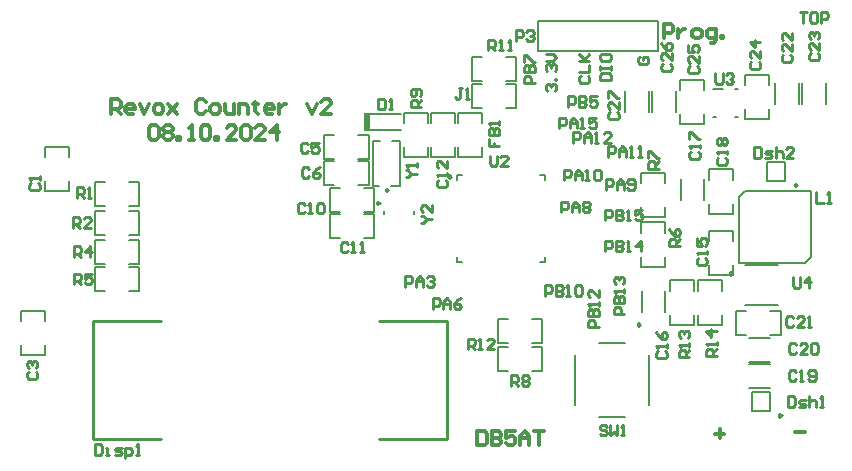
<source format=gto>
G04*
G04 #@! TF.GenerationSoftware,Altium Limited,Altium Designer,22.2.1 (43)*
G04*
G04 Layer_Color=65535*
%FSLAX25Y25*%
%MOIN*%
G70*
G04*
G04 #@! TF.SameCoordinates,3A658960-9040-4E96-AE8A-DEED508C0D5D*
G04*
G04*
G04 #@! TF.FilePolarity,Positive*
G04*
G01*
G75*
%ADD10C,0.00984*%
%ADD11C,0.00669*%
%ADD12C,0.00700*%
%ADD13C,0.00787*%
%ADD14C,0.01000*%
%ADD15C,0.00866*%
%ADD16C,0.01181*%
%ADD17R,0.01968X0.06299*%
D10*
X457717Y175354D02*
X456978Y175780D01*
Y174928D01*
X457717Y175354D01*
X405413Y128839D02*
X404675Y129265D01*
Y128412D01*
X405413Y128839D01*
X342421Y178150D02*
X341683Y178576D01*
Y177723D01*
X342421Y178150D01*
X321358Y173677D02*
X320620Y174103D01*
Y173251D01*
X321358Y173677D01*
X318602Y169390D02*
X317864Y169816D01*
Y168964D01*
X318602Y169390D01*
X436108Y145866D02*
X435370Y146292D01*
Y145440D01*
X436108Y145866D01*
X452598Y98583D02*
X451860Y99009D01*
Y98156D01*
X452598Y98583D01*
D11*
X459449Y202362D02*
Y209449D01*
X467323Y202362D02*
Y209449D01*
X450394Y202362D02*
Y209449D01*
X458268Y202362D02*
Y209449D01*
X408268Y199606D02*
Y206693D01*
X400394Y199606D02*
Y206693D01*
X417323Y199606D02*
Y206693D01*
X409449Y199606D02*
Y206693D01*
X418898Y170472D02*
Y177559D01*
X426772Y170472D02*
Y177559D01*
X413779Y133071D02*
Y140157D01*
X405905Y133071D02*
Y140157D01*
X441732Y116535D02*
X448819D01*
X441732Y124409D02*
X448819D01*
X441732Y107874D02*
X448819D01*
X441732Y115748D02*
X448819D01*
D12*
X448488Y197324D02*
Y200724D01*
X444488Y197324D02*
X448488D01*
X440488D02*
X444488D01*
X440488D02*
Y200724D01*
Y208724D02*
Y212124D01*
X444488D01*
X448488D01*
Y208724D02*
Y212124D01*
X418835Y207150D02*
Y210550D01*
X422835D01*
X426835D01*
Y207150D02*
Y210550D01*
Y195750D02*
Y199150D01*
X422835Y195750D02*
X426835D01*
X418835D02*
X422835D01*
X418835D02*
Y199150D01*
X436283Y165828D02*
Y169228D01*
X432283Y165828D02*
X436283D01*
X428284D02*
X432283D01*
X428284D02*
Y169228D01*
Y177228D02*
Y180628D01*
X432283D01*
X436283D01*
Y177228D02*
Y180628D01*
X413842Y164647D02*
Y168047D01*
X409842Y164647D02*
X413842D01*
X405842D02*
X409842D01*
X405842D02*
Y168047D01*
Y176047D02*
Y179447D01*
X409842D01*
X413842D01*
Y176047D02*
Y179447D01*
Y148112D02*
Y151512D01*
X409842Y148112D02*
X413842D01*
X405842D02*
X409842D01*
X405842D02*
Y151512D01*
Y159512D02*
Y162912D01*
X409842D01*
X413842D01*
Y159512D02*
Y162912D01*
X369354Y130772D02*
X372754D01*
Y126772D02*
Y130772D01*
Y122772D02*
Y126772D01*
X369354Y122772D02*
X372754D01*
X357954D02*
X361354D01*
X357954D02*
Y126772D01*
Y130772D01*
X361354D01*
X369354Y121323D02*
X372754D01*
Y117323D02*
Y121323D01*
Y113323D02*
Y117323D01*
X369354Y113323D02*
X372754D01*
X357954D02*
X361354D01*
X357954D02*
Y117323D01*
Y121323D01*
X361354D01*
X349293Y210173D02*
X352693D01*
X349293D02*
Y214173D01*
Y218173D01*
X352693D01*
X360693D02*
X364093D01*
Y214173D02*
Y218173D01*
Y210173D02*
Y214173D01*
X360693Y210173D02*
X364093D01*
X352819Y184726D02*
Y188126D01*
X348819Y184726D02*
X352819D01*
X344819D02*
X348819D01*
X344819D02*
Y188126D01*
Y196126D02*
Y199526D01*
X348819D01*
X352819D01*
Y196126D02*
Y199526D01*
X335764Y196063D02*
Y199463D01*
X339764D01*
X343764D01*
Y196063D02*
Y199463D01*
Y184663D02*
Y188063D01*
X339764Y184663D02*
X343764D01*
X335764D02*
X339764D01*
X335764D02*
Y188063D01*
X326709Y196126D02*
Y199526D01*
X330709D01*
X334709D01*
Y196126D02*
Y199526D01*
Y184726D02*
Y188126D01*
X330709Y184726D02*
X334709D01*
X326709D02*
X330709D01*
X326709D02*
Y188126D01*
X300080Y184189D02*
X303480D01*
X300080D02*
Y188189D01*
Y192189D01*
X303480D01*
X311480D02*
X314880D01*
Y188189D02*
Y192189D01*
Y184189D02*
Y188189D01*
X311480Y184189D02*
X314880D01*
X300080Y175528D02*
X303480D01*
X300080D02*
Y179528D01*
Y183528D01*
X303480D01*
X311480D02*
X314880D01*
Y179528D02*
Y183528D01*
Y175528D02*
Y179528D01*
X311480Y175528D02*
X314880D01*
X302049Y166472D02*
X305449D01*
X302049D02*
Y170472D01*
Y174472D01*
X305449D01*
X313449D02*
X316849D01*
Y170472D02*
Y174472D01*
Y166472D02*
Y170472D01*
X313449Y166472D02*
X316849D01*
X223702Y140094D02*
X227102D01*
X223702D02*
Y144095D01*
Y148094D01*
X227102D01*
X235102D02*
X238502D01*
Y144095D02*
Y148094D01*
Y140094D02*
Y144095D01*
X235102Y140094D02*
X238502D01*
X223702Y149150D02*
X227102D01*
X223702D02*
Y153150D01*
Y157150D01*
X227102D01*
X235102D02*
X238502D01*
Y153150D02*
Y157150D01*
Y149150D02*
Y153150D01*
X235102Y149150D02*
X238502D01*
X207150Y118584D02*
Y121984D01*
X203150Y118584D02*
X207150D01*
X199150D02*
X203150D01*
X199150D02*
Y121984D01*
Y129984D02*
Y133384D01*
X203150D01*
X207150D01*
Y129984D02*
Y133384D01*
X215024Y173246D02*
Y176646D01*
X211024Y173246D02*
X215024D01*
X207024D02*
X211024D01*
X207024D02*
Y176646D01*
Y184646D02*
Y188046D01*
X211024D01*
X215024D01*
Y184646D02*
Y188046D01*
X223639Y158598D02*
X227039D01*
X223639D02*
Y162598D01*
Y166598D01*
X227039D01*
X235039D02*
X238439D01*
Y162598D02*
Y166598D01*
Y158598D02*
Y162598D01*
X235039Y158598D02*
X238439D01*
X223702Y168441D02*
X227102D01*
X223702D02*
Y172441D01*
Y176441D01*
X227102D01*
X235102D02*
X238502D01*
Y172441D02*
Y176441D01*
Y168441D02*
Y172441D01*
X235102Y168441D02*
X238502D01*
X360693Y209118D02*
X364093D01*
Y205118D02*
Y209118D01*
Y201118D02*
Y205118D01*
X360693Y201118D02*
X364093D01*
X349293D02*
X352693D01*
X349293D02*
Y205118D01*
Y209118D01*
X352693D01*
X313386Y165811D02*
X316786D01*
Y161811D02*
Y165811D01*
Y157811D02*
Y161811D01*
X313386Y157811D02*
X316786D01*
X301986D02*
X305386D01*
X301986D02*
Y161811D01*
Y165811D01*
X305386D01*
X438408Y149376D02*
Y171423D01*
X440362Y173378D01*
X462409D01*
Y151330D02*
Y173378D01*
X460455Y149376D02*
X462409Y151330D01*
X438408Y149376D02*
X460455D01*
X436283Y145356D02*
Y148756D01*
X432283Y145356D02*
X436283D01*
X428284D02*
X432283D01*
X428284D02*
Y148756D01*
Y156756D02*
Y160156D01*
X432283D01*
X436283D01*
Y156756D02*
Y160156D01*
X415291Y140220D02*
Y143621D01*
X419291D01*
X423291D01*
Y140220D02*
Y143621D01*
Y128821D02*
Y132220D01*
X419291Y128821D02*
X423291D01*
X415291D02*
X419291D01*
X415291D02*
Y132220D01*
X432740Y128821D02*
Y132220D01*
X428740Y128821D02*
X432740D01*
X424740D02*
X428740D01*
X424740D02*
Y132220D01*
Y140220D02*
Y143621D01*
X428740D01*
X432740D01*
Y140220D02*
Y143621D01*
X448819Y133528D02*
X452219D01*
Y129527D02*
Y133528D01*
Y125528D02*
Y129527D01*
X448819Y125528D02*
X452219D01*
X437419D02*
X440819D01*
X437419D02*
Y129527D01*
Y133528D01*
X440819D01*
D13*
X453858Y176772D02*
Y183071D01*
X447717Y176772D02*
X453858D01*
X447717Y183071D02*
X453858D01*
X447717Y176772D02*
Y183071D01*
X391732Y98228D02*
X400394D01*
X408268Y102165D02*
Y118701D01*
X391732Y122638D02*
X400394D01*
X383858Y102165D02*
Y118701D01*
X344488Y149606D02*
X346161D01*
X344488D02*
Y151279D01*
X371949Y149606D02*
X373622D01*
Y151279D01*
Y177067D02*
Y178740D01*
X371949D02*
X373622D01*
X344488D02*
X346161D01*
X344488Y177067D02*
Y178740D01*
X314567Y193701D02*
X325591D01*
X314567Y199213D02*
X325591D01*
X316366Y190200D02*
X318866D01*
X322866Y190208D02*
X325366D01*
X322366Y175037D02*
X325366D01*
X316366Y175100D02*
X318366D01*
X325366Y175037D02*
Y190208D01*
X316366Y175100D02*
Y190200D01*
X330197Y165642D02*
Y166626D01*
X320197Y165642D02*
Y166626D01*
X429724Y198031D02*
X430709D01*
X437008D02*
X437992D01*
X437008Y207480D02*
X437992D01*
X429724D02*
X433071D01*
X440352Y148819D02*
X451376D01*
X440352Y135433D02*
X451376D01*
X448740Y100000D02*
Y106299D01*
X442598Y100000D02*
X448740D01*
X442598Y106299D02*
X448740D01*
X442598Y100000D02*
Y106299D01*
X411299Y220197D02*
Y230197D01*
X371299Y220197D02*
X411299D01*
X371299Y230197D02*
X411299D01*
X371299Y220197D02*
Y230197D01*
D14*
X318209Y130118D02*
X341043D01*
Y90748D02*
Y130118D01*
X318209Y90748D02*
X341043D01*
X222933D02*
X245768D01*
X222933D02*
Y130118D01*
X245768D01*
D15*
X385552Y211889D02*
X384962Y211299D01*
Y210118D01*
X385552Y209528D01*
X387914D01*
X388504Y210118D01*
Y211299D01*
X387914Y211889D01*
X384962Y213070D02*
X388504D01*
Y215431D01*
X384962Y216612D02*
X388504D01*
X387323D01*
X384962Y218973D01*
X386733Y217202D01*
X388504Y218973D01*
X392048Y210315D02*
X395590D01*
Y212086D01*
X395000Y212676D01*
X392639D01*
X392048Y212086D01*
Y210315D01*
Y213857D02*
Y215038D01*
Y214447D01*
X395590D01*
Y213857D01*
Y215038D01*
X392048Y218580D02*
Y217399D01*
X392639Y216809D01*
X395000D01*
X395590Y217399D01*
Y218580D01*
X395000Y219170D01*
X392639D01*
X392048Y218580D01*
X405237Y218188D02*
X404647Y217598D01*
Y216417D01*
X405237Y215827D01*
X407599D01*
X408189Y216417D01*
Y217598D01*
X407599Y218188D01*
X406418D01*
Y217007D01*
X374529Y206772D02*
X373938Y207362D01*
Y208543D01*
X374529Y209133D01*
X375119D01*
X375709Y208543D01*
Y207952D01*
Y208543D01*
X376300Y209133D01*
X376890D01*
X377480Y208543D01*
Y207362D01*
X376890Y206772D01*
X377480Y210314D02*
X376890D01*
Y210904D01*
X377480D01*
Y210314D01*
X374529Y213266D02*
X373938Y213856D01*
Y215037D01*
X374529Y215627D01*
X375119D01*
X375709Y215037D01*
Y214446D01*
Y215037D01*
X376300Y215627D01*
X376890D01*
X377480Y215037D01*
Y213856D01*
X376890Y213266D01*
X373938Y216808D02*
X376300D01*
X377480Y217988D01*
X376300Y219169D01*
X373938D01*
X458625Y233059D02*
X460986D01*
X459805D01*
Y229516D01*
X463938Y233059D02*
X462757D01*
X462167Y232468D01*
Y230107D01*
X462757Y229516D01*
X463938D01*
X464528Y230107D01*
Y232468D01*
X463938Y233059D01*
X465709Y229516D02*
Y233059D01*
X467480D01*
X468071Y232468D01*
Y231288D01*
X467480Y230697D01*
X465709D01*
X363977Y223426D02*
Y226968D01*
X365748D01*
X366339Y226378D01*
Y225197D01*
X365748Y224606D01*
X363977D01*
X367519Y226378D02*
X368110Y226968D01*
X369291D01*
X369881Y226378D01*
Y225787D01*
X369291Y225197D01*
X368700D01*
X369291D01*
X369881Y224606D01*
Y224016D01*
X369291Y223426D01*
X368110D01*
X367519Y224016D01*
X332481Y162796D02*
X333071D01*
X334252Y163977D01*
X333071Y165158D01*
X332481D01*
X334252Y163977D02*
X336023D01*
Y168700D02*
Y166338D01*
X333662Y168700D01*
X333071D01*
X332481Y168110D01*
Y166929D01*
X333071Y166338D01*
X327363Y177954D02*
X327953D01*
X329134Y179134D01*
X327953Y180315D01*
X327363D01*
X329134Y179134D02*
X330905D01*
Y181496D02*
Y182676D01*
Y182086D01*
X327363D01*
X327953Y181496D01*
X456497Y144685D02*
Y141733D01*
X457087Y141142D01*
X458268D01*
X458858Y141733D01*
Y144685D01*
X461810Y141142D02*
Y144685D01*
X460039Y142913D01*
X462401D01*
X430513Y212598D02*
Y209646D01*
X431103Y209056D01*
X432284D01*
X432874Y209646D01*
Y212598D01*
X434055Y212007D02*
X434645Y212598D01*
X435826D01*
X436416Y212007D01*
Y211417D01*
X435826Y210827D01*
X435236D01*
X435826D01*
X436416Y210236D01*
Y209646D01*
X435826Y209056D01*
X434645D01*
X434055Y209646D01*
X355316Y185236D02*
Y182284D01*
X355906Y181693D01*
X357087D01*
X357677Y182284D01*
Y185236D01*
X361220Y181693D02*
X358858D01*
X361220Y184055D01*
Y184645D01*
X360629Y185236D01*
X359448D01*
X358858Y184645D01*
X394292Y94881D02*
X393702Y95472D01*
X392521D01*
X391931Y94881D01*
Y94291D01*
X392521Y93701D01*
X393702D01*
X394292Y93110D01*
Y92520D01*
X393702Y91930D01*
X392521D01*
X391931Y92520D01*
X395473Y95472D02*
Y91930D01*
X396653Y93110D01*
X397834Y91930D01*
Y95472D01*
X399015Y91930D02*
X400196D01*
X399605D01*
Y95472D01*
X399015Y94881D01*
X430905Y118407D02*
X427363D01*
Y120178D01*
X427953Y120768D01*
X429134D01*
X429724Y120178D01*
Y118407D01*
Y119588D02*
X430905Y120768D01*
Y121949D02*
Y123130D01*
Y122539D01*
X427363D01*
X427953Y121949D01*
X430905Y126672D02*
X427363D01*
X429134Y124901D01*
Y127262D01*
X421850Y118013D02*
X418308D01*
Y119784D01*
X418898Y120375D01*
X420079D01*
X420669Y119784D01*
Y118013D01*
Y119194D02*
X421850Y120375D01*
Y121555D02*
Y122736D01*
Y122146D01*
X418308D01*
X418898Y121555D01*
Y124507D02*
X418308Y125098D01*
Y126278D01*
X418898Y126869D01*
X419488D01*
X420079Y126278D01*
Y125688D01*
Y126278D01*
X420669Y126869D01*
X421259D01*
X421850Y126278D01*
Y125098D01*
X421259Y124507D01*
X347935Y120670D02*
Y124212D01*
X349706D01*
X350296Y123622D01*
Y122441D01*
X349706Y121851D01*
X347935D01*
X349115D02*
X350296Y120670D01*
X351477D02*
X352657D01*
X352067D01*
Y124212D01*
X351477Y123622D01*
X356790Y120670D02*
X354429D01*
X356790Y123031D01*
Y123622D01*
X356200Y124212D01*
X355019D01*
X354429Y123622D01*
X354824Y220276D02*
Y223818D01*
X356595D01*
X357186Y223228D01*
Y222047D01*
X356595Y221457D01*
X354824D01*
X356005D02*
X357186Y220276D01*
X358366D02*
X359547D01*
X358957D01*
Y223818D01*
X358366Y223228D01*
X361318Y220276D02*
X362499D01*
X361908D01*
Y223818D01*
X361318Y223228D01*
X332480Y201379D02*
X328938D01*
Y203150D01*
X329528Y203740D01*
X330709D01*
X331299Y203150D01*
Y201379D01*
Y202560D02*
X332480Y203740D01*
X331889Y204921D02*
X332480Y205511D01*
Y206692D01*
X331889Y207282D01*
X329528D01*
X328938Y206692D01*
Y205511D01*
X329528Y204921D01*
X330118D01*
X330709Y205511D01*
Y207282D01*
X362403Y108465D02*
Y112007D01*
X364174D01*
X364764Y111417D01*
Y110236D01*
X364174Y109646D01*
X362403D01*
X363583D02*
X364764Y108465D01*
X365945Y111417D02*
X366535Y112007D01*
X367716D01*
X368306Y111417D01*
Y110827D01*
X367716Y110236D01*
X368306Y109646D01*
Y109055D01*
X367716Y108465D01*
X366535D01*
X365945Y109055D01*
Y109646D01*
X366535Y110236D01*
X365945Y110827D01*
Y111417D01*
X366535Y110236D02*
X367716D01*
X411614Y180906D02*
X408071D01*
Y182677D01*
X408662Y183268D01*
X409842D01*
X410433Y182677D01*
Y180906D01*
Y182087D02*
X411614Y183268D01*
X408071Y184449D02*
Y186810D01*
X408662D01*
X411023Y184449D01*
X411614D01*
X418700Y154922D02*
X415158D01*
Y156693D01*
X415748Y157284D01*
X416929D01*
X417520Y156693D01*
Y154922D01*
Y156103D02*
X418700Y157284D01*
X415158Y160826D02*
X415748Y159645D01*
X416929Y158464D01*
X418110D01*
X418700Y159055D01*
Y160236D01*
X418110Y160826D01*
X417520D01*
X416929Y160236D01*
Y158464D01*
X216733Y142323D02*
Y145866D01*
X218504D01*
X219095Y145275D01*
Y144095D01*
X218504Y143504D01*
X216733D01*
X217914D02*
X219095Y142323D01*
X222637Y145866D02*
X220275D01*
Y144095D01*
X221456Y144685D01*
X222046D01*
X222637Y144095D01*
Y142914D01*
X222046Y142323D01*
X220866D01*
X220275Y142914D01*
X216733Y151379D02*
Y154921D01*
X218504D01*
X219095Y154330D01*
Y153150D01*
X218504Y152559D01*
X216733D01*
X217914D02*
X219095Y151379D01*
X222046D02*
Y154921D01*
X220275Y153150D01*
X222637D01*
X216339Y161221D02*
Y164763D01*
X218111D01*
X218701Y164173D01*
Y162992D01*
X218111Y162402D01*
X216339D01*
X217520D02*
X218701Y161221D01*
X222243D02*
X219882D01*
X222243Y163583D01*
Y164173D01*
X221653Y164763D01*
X220472D01*
X219882Y164173D01*
X217717Y171064D02*
Y174606D01*
X219488D01*
X220079Y174015D01*
Y172835D01*
X219488Y172244D01*
X217717D01*
X218898D02*
X220079Y171064D01*
X221259D02*
X222440D01*
X221850D01*
Y174606D01*
X221259Y174015D01*
X393801Y163583D02*
Y167125D01*
X395572D01*
X396163Y166535D01*
Y165354D01*
X395572Y164764D01*
X393801D01*
X397343Y167125D02*
Y163583D01*
X399114D01*
X399705Y164174D01*
Y164764D01*
X399114Y165354D01*
X397343D01*
X399114D01*
X399705Y165945D01*
Y166535D01*
X399114Y167125D01*
X397343D01*
X400885Y163583D02*
X402066D01*
X401476D01*
Y167125D01*
X400885Y166535D01*
X406199Y167125D02*
X403837D01*
Y165354D01*
X405018Y165945D01*
X405608D01*
X406199Y165354D01*
Y164174D01*
X405608Y163583D01*
X404428D01*
X403837Y164174D01*
X393801Y153347D02*
Y156889D01*
X395572D01*
X396163Y156299D01*
Y155118D01*
X395572Y154528D01*
X393801D01*
X397343Y156889D02*
Y153347D01*
X399114D01*
X399705Y153937D01*
Y154528D01*
X399114Y155118D01*
X397343D01*
X399114D01*
X399705Y155709D01*
Y156299D01*
X399114Y156889D01*
X397343D01*
X400885Y153347D02*
X402066D01*
X401476D01*
Y156889D01*
X400885Y156299D01*
X405608Y153347D02*
Y156889D01*
X403837Y155118D01*
X406199D01*
X400196Y132384D02*
X396654D01*
Y134155D01*
X397245Y134745D01*
X398425D01*
X399015Y134155D01*
Y132384D01*
X396654Y135926D02*
X400196D01*
Y137697D01*
X399606Y138287D01*
X399015D01*
X398425Y137697D01*
Y135926D01*
Y137697D01*
X397835Y138287D01*
X397245D01*
X396654Y137697D01*
Y135926D01*
X400196Y139468D02*
Y140649D01*
Y140059D01*
X396654D01*
X397245Y139468D01*
Y142420D02*
X396654Y143010D01*
Y144191D01*
X397245Y144781D01*
X397835D01*
X398425Y144191D01*
Y143601D01*
Y144191D01*
X399015Y144781D01*
X399606D01*
X400196Y144191D01*
Y143010D01*
X399606Y142420D01*
X391535Y128053D02*
X387993D01*
Y129824D01*
X388583Y130415D01*
X389764D01*
X390354Y129824D01*
Y128053D01*
X387993Y131595D02*
X391535D01*
Y133366D01*
X390945Y133957D01*
X390354D01*
X389764Y133366D01*
Y131595D01*
Y133366D01*
X389173Y133957D01*
X388583D01*
X387993Y133366D01*
Y131595D01*
X391535Y135137D02*
Y136318D01*
Y135728D01*
X387993D01*
X388583Y135137D01*
X391535Y140451D02*
Y138089D01*
X389173Y140451D01*
X388583D01*
X387993Y139860D01*
Y138680D01*
X388583Y138089D01*
X373723Y138386D02*
Y141929D01*
X375494D01*
X376084Y141338D01*
Y140157D01*
X375494Y139567D01*
X373723D01*
X377265Y141929D02*
Y138386D01*
X379036D01*
X379626Y138977D01*
Y139567D01*
X379036Y140157D01*
X377265D01*
X379036D01*
X379626Y140748D01*
Y141338D01*
X379036Y141929D01*
X377265D01*
X380807Y138386D02*
X381988D01*
X381397D01*
Y141929D01*
X380807Y141338D01*
X383759D02*
X384349Y141929D01*
X385530D01*
X386120Y141338D01*
Y138977D01*
X385530Y138386D01*
X384349D01*
X383759Y138977D01*
Y141338D01*
X370275Y209450D02*
X366733D01*
Y211221D01*
X367323Y211812D01*
X368504D01*
X369094Y211221D01*
Y209450D01*
X366733Y212993D02*
X370275D01*
Y214764D01*
X369685Y215354D01*
X369094D01*
X368504Y214764D01*
Y212993D01*
Y214764D01*
X367914Y215354D01*
X367323D01*
X366733Y214764D01*
Y212993D01*
Y216535D02*
Y218896D01*
X367323D01*
X369685Y216535D01*
X370275D01*
X381498Y201378D02*
Y204921D01*
X383269D01*
X383859Y204330D01*
Y203150D01*
X383269Y202559D01*
X381498D01*
X385040Y204921D02*
Y201378D01*
X386811D01*
X387401Y201969D01*
Y202559D01*
X386811Y203150D01*
X385040D01*
X386811D01*
X387401Y203740D01*
Y204330D01*
X386811Y204921D01*
X385040D01*
X390943D02*
X388582D01*
Y203150D01*
X389763Y203740D01*
X390353D01*
X390943Y203150D01*
Y201969D01*
X390353Y201378D01*
X389172D01*
X388582Y201969D01*
X378447Y194292D02*
Y197834D01*
X380218D01*
X380808Y197244D01*
Y196063D01*
X380218Y195473D01*
X378447D01*
X381989Y194292D02*
Y196653D01*
X383170Y197834D01*
X384350Y196653D01*
Y194292D01*
Y196063D01*
X381989D01*
X385531Y194292D02*
X386712D01*
X386122D01*
Y197834D01*
X385531Y197244D01*
X390844Y197834D02*
X388483D01*
Y196063D01*
X389664Y196653D01*
X390254D01*
X390844Y196063D01*
Y194882D01*
X390254Y194292D01*
X389073D01*
X388483Y194882D01*
X383171Y189567D02*
Y193110D01*
X384942D01*
X385533Y192519D01*
Y191339D01*
X384942Y190748D01*
X383171D01*
X386714Y189567D02*
Y191929D01*
X387894Y193110D01*
X389075Y191929D01*
Y189567D01*
Y191339D01*
X386714D01*
X390256Y189567D02*
X391436D01*
X390846D01*
Y193110D01*
X390256Y192519D01*
X395569Y189567D02*
X393207D01*
X395569Y191929D01*
Y192519D01*
X394978Y193110D01*
X393798D01*
X393207Y192519D01*
X394785Y184843D02*
Y188385D01*
X396556D01*
X397147Y187795D01*
Y186614D01*
X396556Y186024D01*
X394785D01*
X398327Y184843D02*
Y187205D01*
X399508Y188385D01*
X400689Y187205D01*
Y184843D01*
Y186614D01*
X398327D01*
X401870Y184843D02*
X403050D01*
X402460D01*
Y188385D01*
X401870Y187795D01*
X404821Y184843D02*
X406002D01*
X405412D01*
Y188385D01*
X404821Y187795D01*
X380022Y176969D02*
Y180511D01*
X381793D01*
X382383Y179921D01*
Y178740D01*
X381793Y178150D01*
X380022D01*
X383564Y176969D02*
Y179331D01*
X384745Y180511D01*
X385925Y179331D01*
Y176969D01*
Y178740D01*
X383564D01*
X387106Y176969D02*
X388287D01*
X387696D01*
Y180511D01*
X387106Y179921D01*
X390058D02*
X390648Y180511D01*
X391829D01*
X392419Y179921D01*
Y177559D01*
X391829Y176969D01*
X390648D01*
X390058Y177559D01*
Y179921D01*
X394096Y173819D02*
Y177362D01*
X395867D01*
X396458Y176771D01*
Y175591D01*
X395867Y175000D01*
X394096D01*
X397638Y173819D02*
Y176181D01*
X398819Y177362D01*
X400000Y176181D01*
Y173819D01*
Y175591D01*
X397638D01*
X401180Y174410D02*
X401771Y173819D01*
X402951D01*
X403542Y174410D01*
Y176771D01*
X402951Y177362D01*
X401771D01*
X401180Y176771D01*
Y176181D01*
X401771Y175591D01*
X403542D01*
X379135Y166339D02*
Y169881D01*
X380907D01*
X381497Y169291D01*
Y168110D01*
X380907Y167520D01*
X379135D01*
X382678Y166339D02*
Y168701D01*
X383858Y169881D01*
X385039Y168701D01*
Y166339D01*
Y168110D01*
X382678D01*
X386220Y169291D02*
X386810Y169881D01*
X387991D01*
X388581Y169291D01*
Y168701D01*
X387991Y168110D01*
X388581Y167520D01*
Y166929D01*
X387991Y166339D01*
X386810D01*
X386220Y166929D01*
Y167520D01*
X386810Y168110D01*
X386220Y168701D01*
Y169291D01*
X386810Y168110D02*
X387991D01*
X336222Y134056D02*
Y137598D01*
X337993D01*
X338583Y137007D01*
Y135827D01*
X337993Y135236D01*
X336222D01*
X339764Y134056D02*
Y136417D01*
X340945Y137598D01*
X342126Y136417D01*
Y134056D01*
Y135827D01*
X339764D01*
X345668Y137598D02*
X344487Y137007D01*
X343306Y135827D01*
Y134646D01*
X343897Y134056D01*
X345077D01*
X345668Y134646D01*
Y135236D01*
X345077Y135827D01*
X343306D01*
X327167Y141536D02*
Y145078D01*
X328938D01*
X329528Y144488D01*
Y143307D01*
X328938Y142717D01*
X327167D01*
X330709Y141536D02*
Y143897D01*
X331890Y145078D01*
X333070Y143897D01*
Y141536D01*
Y143307D01*
X330709D01*
X334251Y144488D02*
X334842Y145078D01*
X336022D01*
X336613Y144488D01*
Y143897D01*
X336022Y143307D01*
X335432D01*
X336022D01*
X336613Y142717D01*
Y142126D01*
X336022Y141536D01*
X334842D01*
X334251Y142126D01*
X464174Y173031D02*
Y169489D01*
X466535D01*
X467716D02*
X468897D01*
X468306D01*
Y173031D01*
X467716Y172441D01*
X346063Y207677D02*
X344882D01*
X345473D01*
Y204725D01*
X344882Y204134D01*
X344292D01*
X343702Y204725D01*
X347244Y204134D02*
X348424D01*
X347834D01*
Y207677D01*
X347244Y207086D01*
X354922Y190749D02*
Y188387D01*
X356693D01*
Y189568D01*
Y188387D01*
X358464D01*
X354922Y191929D02*
X358464D01*
Y193700D01*
X357874Y194291D01*
X357283D01*
X356693Y193700D01*
Y191929D01*
Y193700D01*
X356102Y194291D01*
X355512D01*
X354922Y193700D01*
Y191929D01*
X358464Y195472D02*
Y196652D01*
Y196062D01*
X354922D01*
X355512Y195472D01*
X443506Y187992D02*
Y184449D01*
X445277D01*
X445867Y185040D01*
Y187401D01*
X445277Y187992D01*
X443506D01*
X447048Y184449D02*
X448819D01*
X449410Y185040D01*
X448819Y185630D01*
X447639D01*
X447048Y186221D01*
X447639Y186811D01*
X449410D01*
X450590Y187992D02*
Y184449D01*
Y186221D01*
X451181Y186811D01*
X452361D01*
X452952Y186221D01*
Y184449D01*
X456494D02*
X454133D01*
X456494Y186811D01*
Y187401D01*
X455904Y187992D01*
X454723D01*
X454133Y187401D01*
X454726Y104921D02*
Y101379D01*
X456497D01*
X457088Y101969D01*
Y104330D01*
X456497Y104921D01*
X454726D01*
X458268Y101379D02*
X460040D01*
X460630Y101969D01*
X460040Y102559D01*
X458859D01*
X458268Y103150D01*
X458859Y103740D01*
X460630D01*
X461811Y104921D02*
Y101379D01*
Y103150D01*
X462401Y103740D01*
X463582D01*
X464172Y103150D01*
Y101379D01*
X465353D02*
X466534D01*
X465943D01*
Y104921D01*
X465353Y104330D01*
X223723Y88976D02*
Y85434D01*
X225494D01*
X226084Y86024D01*
Y88385D01*
X225494Y88976D01*
X223723D01*
X227265Y85434D02*
X228446D01*
X227855D01*
Y87795D01*
X227265D01*
X230217Y85434D02*
X231988D01*
X232578Y86024D01*
X231988Y86614D01*
X230807D01*
X230217Y87204D01*
X230807Y87795D01*
X232578D01*
X233759Y84253D02*
Y87795D01*
X235530D01*
X236120Y87204D01*
Y86024D01*
X235530Y85434D01*
X233759D01*
X237301D02*
X238482D01*
X237892D01*
Y88976D01*
X237301Y88385D01*
X318111Y204133D02*
Y200591D01*
X319882D01*
X320472Y201182D01*
Y203543D01*
X319882Y204133D01*
X318111D01*
X321653Y200591D02*
X322834D01*
X322243D01*
Y204133D01*
X321653Y203543D01*
X395276Y199607D02*
X394686Y199017D01*
Y197836D01*
X395276Y197246D01*
X397637D01*
X398228Y197836D01*
Y199017D01*
X397637Y199607D01*
X398228Y203149D02*
Y200788D01*
X395866Y203149D01*
X395276D01*
X394686Y202559D01*
Y201378D01*
X395276Y200788D01*
X394686Y204330D02*
Y206691D01*
X395276D01*
X397637Y204330D01*
X398228D01*
X412992Y215749D02*
X412402Y215158D01*
Y213978D01*
X412992Y213387D01*
X415354D01*
X415944Y213978D01*
Y215158D01*
X415354Y215749D01*
X415944Y219291D02*
Y216930D01*
X413583Y219291D01*
X412992D01*
X412402Y218701D01*
Y217520D01*
X412992Y216930D01*
X412402Y222833D02*
X412992Y221652D01*
X414173Y220472D01*
X415354D01*
X415944Y221062D01*
Y222243D01*
X415354Y222833D01*
X414764D01*
X414173Y222243D01*
Y220472D01*
X422048Y214961D02*
X421457Y214371D01*
Y213190D01*
X422048Y212600D01*
X424409D01*
X424999Y213190D01*
Y214371D01*
X424409Y214961D01*
X424999Y218503D02*
Y216142D01*
X422638Y218503D01*
X422048D01*
X421457Y217913D01*
Y216733D01*
X422048Y216142D01*
X421457Y222046D02*
Y219684D01*
X423228D01*
X422638Y220865D01*
Y221455D01*
X423228Y222046D01*
X424409D01*
X424999Y221455D01*
Y220275D01*
X424409Y219684D01*
X442520Y216536D02*
X441930Y215946D01*
Y214765D01*
X442520Y214175D01*
X444881D01*
X445472Y214765D01*
Y215946D01*
X444881Y216536D01*
X445472Y220078D02*
Y217717D01*
X443110Y220078D01*
X442520D01*
X441930Y219488D01*
Y218307D01*
X442520Y217717D01*
X445472Y223030D02*
X441930D01*
X443701Y221259D01*
Y223621D01*
X462205Y219292D02*
X461615Y218702D01*
Y217521D01*
X462205Y216931D01*
X464567D01*
X465157Y217521D01*
Y218702D01*
X464567Y219292D01*
X465157Y222834D02*
Y220473D01*
X462795Y222834D01*
X462205D01*
X461615Y222244D01*
Y221063D01*
X462205Y220473D01*
Y224015D02*
X461615Y224605D01*
Y225786D01*
X462205Y226376D01*
X462795D01*
X463386Y225786D01*
Y225196D01*
Y225786D01*
X463976Y226376D01*
X464567D01*
X465157Y225786D01*
Y224605D01*
X464567Y224015D01*
X453150Y218898D02*
X452560Y218308D01*
Y217127D01*
X453150Y216537D01*
X455511D01*
X456102Y217127D01*
Y218308D01*
X455511Y218898D01*
X456102Y222441D02*
Y220079D01*
X453740Y222441D01*
X453150D01*
X452560Y221850D01*
Y220670D01*
X453150Y220079D01*
X456102Y225983D02*
Y223621D01*
X453740Y225983D01*
X453150D01*
X452560Y225392D01*
Y224212D01*
X453150Y223621D01*
X456497Y131102D02*
X455906Y131692D01*
X454726D01*
X454135Y131102D01*
Y128741D01*
X454726Y128150D01*
X455906D01*
X456497Y128741D01*
X460039Y128150D02*
X457677D01*
X460039Y130512D01*
Y131102D01*
X459448Y131692D01*
X458268D01*
X457677Y131102D01*
X461220Y128150D02*
X462400D01*
X461810D01*
Y131692D01*
X461220Y131102D01*
X457481Y122047D02*
X456891Y122637D01*
X455710D01*
X455120Y122047D01*
Y119685D01*
X455710Y119095D01*
X456891D01*
X457481Y119685D01*
X461023Y119095D02*
X458662D01*
X461023Y121457D01*
Y122047D01*
X460433Y122637D01*
X459252D01*
X458662Y122047D01*
X462204D02*
X462794Y122637D01*
X463975D01*
X464565Y122047D01*
Y119685D01*
X463975Y119095D01*
X462794D01*
X462204Y119685D01*
Y122047D01*
X457383Y112992D02*
X456792Y113582D01*
X455612D01*
X455021Y112992D01*
Y110630D01*
X455612Y110040D01*
X456792D01*
X457383Y110630D01*
X458563Y110040D02*
X459744D01*
X459154D01*
Y113582D01*
X458563Y112992D01*
X461515Y110630D02*
X462105Y110040D01*
X463286D01*
X463876Y110630D01*
Y112992D01*
X463286Y113582D01*
X462105D01*
X461515Y112992D01*
Y112401D01*
X462105Y111811D01*
X463876D01*
X431496Y184548D02*
X430906Y183958D01*
Y182777D01*
X431496Y182186D01*
X433858D01*
X434448Y182777D01*
Y183958D01*
X433858Y184548D01*
X434448Y185729D02*
Y186909D01*
Y186319D01*
X430906D01*
X431496Y185729D01*
Y188680D02*
X430906Y189271D01*
Y190452D01*
X431496Y191042D01*
X432087D01*
X432677Y190452D01*
X433267Y191042D01*
X433858D01*
X434448Y190452D01*
Y189271D01*
X433858Y188680D01*
X433267D01*
X432677Y189271D01*
X432087Y188680D01*
X431496D01*
X432677Y189271D02*
Y190452D01*
X422441Y186516D02*
X421851Y185926D01*
Y184745D01*
X422441Y184155D01*
X424803D01*
X425393Y184745D01*
Y185926D01*
X424803Y186516D01*
X425393Y187697D02*
Y188878D01*
Y188287D01*
X421851D01*
X422441Y187697D01*
X421851Y190649D02*
Y193010D01*
X422441D01*
X424803Y190649D01*
X425393D01*
X411418Y119981D02*
X410827Y119391D01*
Y118210D01*
X411418Y117620D01*
X413779D01*
X414369Y118210D01*
Y119391D01*
X413779Y119981D01*
X414369Y121162D02*
Y122342D01*
Y121752D01*
X410827D01*
X411418Y121162D01*
X410827Y126475D02*
X411418Y125294D01*
X412598Y124114D01*
X413779D01*
X414369Y124704D01*
Y125885D01*
X413779Y126475D01*
X413189D01*
X412598Y125885D01*
Y124114D01*
X424803Y151083D02*
X424213Y150493D01*
Y149312D01*
X424803Y148722D01*
X427165D01*
X427755Y149312D01*
Y150493D01*
X427165Y151083D01*
X427755Y152264D02*
Y153445D01*
Y152854D01*
X424213D01*
X424803Y152264D01*
X424213Y157577D02*
Y155216D01*
X425984D01*
X425394Y156397D01*
Y156987D01*
X425984Y157577D01*
X427165D01*
X427755Y156987D01*
Y155806D01*
X427165Y155216D01*
X338189Y177068D02*
X337599Y176477D01*
Y175296D01*
X338189Y174706D01*
X340551D01*
X341141Y175296D01*
Y176477D01*
X340551Y177068D01*
X341141Y178248D02*
Y179429D01*
Y178839D01*
X337599D01*
X338189Y178248D01*
X341141Y183562D02*
Y181200D01*
X338780Y183562D01*
X338189D01*
X337599Y182971D01*
Y181790D01*
X338189Y181200D01*
X307973Y155905D02*
X307383Y156495D01*
X306202D01*
X305611Y155905D01*
Y153544D01*
X306202Y152953D01*
X307383D01*
X307973Y153544D01*
X309154Y152953D02*
X310334D01*
X309744D01*
Y156495D01*
X309154Y155905D01*
X312105Y152953D02*
X313286D01*
X312696D01*
Y156495D01*
X312105Y155905D01*
X293603Y168897D02*
X293013Y169488D01*
X291832D01*
X291242Y168897D01*
Y166536D01*
X291832Y165945D01*
X293013D01*
X293603Y166536D01*
X294784Y165945D02*
X295965D01*
X295374D01*
Y169488D01*
X294784Y168897D01*
X297736D02*
X298326Y169488D01*
X299507D01*
X300097Y168897D01*
Y166536D01*
X299507Y165945D01*
X298326D01*
X297736Y166536D01*
Y168897D01*
X295079Y180708D02*
X294489Y181299D01*
X293308D01*
X292718Y180708D01*
Y178347D01*
X293308Y177757D01*
X294489D01*
X295079Y178347D01*
X298621Y181299D02*
X297440Y180708D01*
X296260Y179528D01*
Y178347D01*
X296850Y177757D01*
X298031D01*
X298621Y178347D01*
Y178937D01*
X298031Y179528D01*
X296260D01*
X294685Y188976D02*
X294095Y189566D01*
X292914D01*
X292324Y188976D01*
Y186615D01*
X292914Y186024D01*
X294095D01*
X294685Y186615D01*
X298227Y189566D02*
X295866D01*
Y187795D01*
X297047Y188386D01*
X297637D01*
X298227Y187795D01*
Y186615D01*
X297637Y186024D01*
X296456D01*
X295866Y186615D01*
X201575Y113189D02*
X200985Y112599D01*
Y111418D01*
X201575Y110828D01*
X203937D01*
X204527Y111418D01*
Y112599D01*
X203937Y113189D01*
X201575Y114370D02*
X200985Y114960D01*
Y116141D01*
X201575Y116731D01*
X202166D01*
X202756Y116141D01*
Y115551D01*
Y116141D01*
X203346Y116731D01*
X203937D01*
X204527Y116141D01*
Y114960D01*
X203937Y114370D01*
X202363Y175984D02*
X201772Y175394D01*
Y174213D01*
X202363Y173623D01*
X204724D01*
X205314Y174213D01*
Y175394D01*
X204724Y175984D01*
X205314Y177165D02*
Y178346D01*
Y177755D01*
X201772D01*
X202363Y177165D01*
D16*
X413386Y224409D02*
Y229132D01*
X415747D01*
X416534Y228345D01*
Y226770D01*
X415747Y225983D01*
X413386D01*
X418109Y227557D02*
Y224409D01*
Y225983D01*
X418896Y226770D01*
X419683Y227557D01*
X420470D01*
X423619Y224409D02*
X425193D01*
X425980Y225196D01*
Y226770D01*
X425193Y227557D01*
X423619D01*
X422832Y226770D01*
Y225196D01*
X423619Y224409D01*
X429129Y222835D02*
X429916D01*
X430703Y223622D01*
Y227557D01*
X428342D01*
X427555Y226770D01*
Y225196D01*
X428342Y224409D01*
X430703D01*
X432277D02*
Y225196D01*
X433065D01*
Y224409D01*
X432277D01*
X457087Y92913D02*
X460235D01*
X430315Y92519D02*
X433464D01*
X431889Y94094D02*
Y90945D01*
X351181Y93306D02*
Y88583D01*
X353542D01*
X354330Y89370D01*
Y92518D01*
X353542Y93306D01*
X351181D01*
X355904D02*
Y88583D01*
X358265D01*
X359053Y89370D01*
Y90157D01*
X358265Y90944D01*
X355904D01*
X358265D01*
X359053Y91731D01*
Y92518D01*
X358265Y93306D01*
X355904D01*
X363775D02*
X360627D01*
Y90944D01*
X362201Y91731D01*
X362988D01*
X363775Y90944D01*
Y89370D01*
X362988Y88583D01*
X361414D01*
X360627Y89370D01*
X365350Y88583D02*
Y91731D01*
X366924Y93306D01*
X368498Y91731D01*
Y88583D01*
Y90944D01*
X365350D01*
X370073Y93306D02*
X373221D01*
X371647D01*
Y88583D01*
X241732Y194487D02*
X242519Y195274D01*
X244094D01*
X244881Y194487D01*
Y191338D01*
X244094Y190551D01*
X242519D01*
X241732Y191338D01*
Y194487D01*
X246455D02*
X247242Y195274D01*
X248817D01*
X249604Y194487D01*
Y193700D01*
X248817Y192913D01*
X249604Y192125D01*
Y191338D01*
X248817Y190551D01*
X247242D01*
X246455Y191338D01*
Y192125D01*
X247242Y192913D01*
X246455Y193700D01*
Y194487D01*
X247242Y192913D02*
X248817D01*
X251178Y190551D02*
Y191338D01*
X251965D01*
Y190551D01*
X251178D01*
X255114D02*
X256688D01*
X255901D01*
Y195274D01*
X255114Y194487D01*
X259050D02*
X259837Y195274D01*
X261411D01*
X262198Y194487D01*
Y191338D01*
X261411Y190551D01*
X259837D01*
X259050Y191338D01*
Y194487D01*
X263772Y190551D02*
Y191338D01*
X264560D01*
Y190551D01*
X263772D01*
X270857D02*
X267708D01*
X270857Y193700D01*
Y194487D01*
X270070Y195274D01*
X268495D01*
X267708Y194487D01*
X272431D02*
X273218Y195274D01*
X274793D01*
X275580Y194487D01*
Y191338D01*
X274793Y190551D01*
X273218D01*
X272431Y191338D01*
Y194487D01*
X280303Y190551D02*
X277154D01*
X280303Y193700D01*
Y194487D01*
X279515Y195274D01*
X277941D01*
X277154Y194487D01*
X284238Y190551D02*
Y195274D01*
X281877Y192913D01*
X285025D01*
X229134Y199213D02*
Y203936D01*
X231495D01*
X232282Y203148D01*
Y201574D01*
X231495Y200787D01*
X229134D01*
X230708D02*
X232282Y199213D01*
X236218D02*
X234644D01*
X233857Y200000D01*
Y201574D01*
X234644Y202361D01*
X236218D01*
X237005Y201574D01*
Y200787D01*
X233857D01*
X238580Y202361D02*
X240154Y199213D01*
X241728Y202361D01*
X244090Y199213D02*
X245664D01*
X246451Y200000D01*
Y201574D01*
X245664Y202361D01*
X244090D01*
X243302Y201574D01*
Y200000D01*
X244090Y199213D01*
X248025Y202361D02*
X251174Y199213D01*
X249600Y200787D01*
X251174Y202361D01*
X248025Y199213D01*
X260620Y203148D02*
X259833Y203936D01*
X258258D01*
X257471Y203148D01*
Y200000D01*
X258258Y199213D01*
X259833D01*
X260620Y200000D01*
X262981Y199213D02*
X264556D01*
X265343Y200000D01*
Y201574D01*
X264556Y202361D01*
X262981D01*
X262194Y201574D01*
Y200000D01*
X262981Y199213D01*
X266917Y202361D02*
Y200000D01*
X267704Y199213D01*
X270065D01*
Y202361D01*
X271640Y199213D02*
Y202361D01*
X274001D01*
X274788Y201574D01*
Y199213D01*
X277150Y203148D02*
Y202361D01*
X276363D01*
X277937D01*
X277150D01*
Y200000D01*
X277937Y199213D01*
X282660D02*
X281086D01*
X280298Y200000D01*
Y201574D01*
X281086Y202361D01*
X282660D01*
X283447Y201574D01*
Y200787D01*
X280298D01*
X285021Y202361D02*
Y199213D01*
Y200787D01*
X285808Y201574D01*
X286596Y202361D01*
X287383D01*
X294467D02*
X296041Y199213D01*
X297616Y202361D01*
X302339Y199213D02*
X299190D01*
X302339Y202361D01*
Y203148D01*
X301551Y203936D01*
X299977D01*
X299190Y203148D01*
D17*
X314372Y196456D02*
D03*
M02*

</source>
